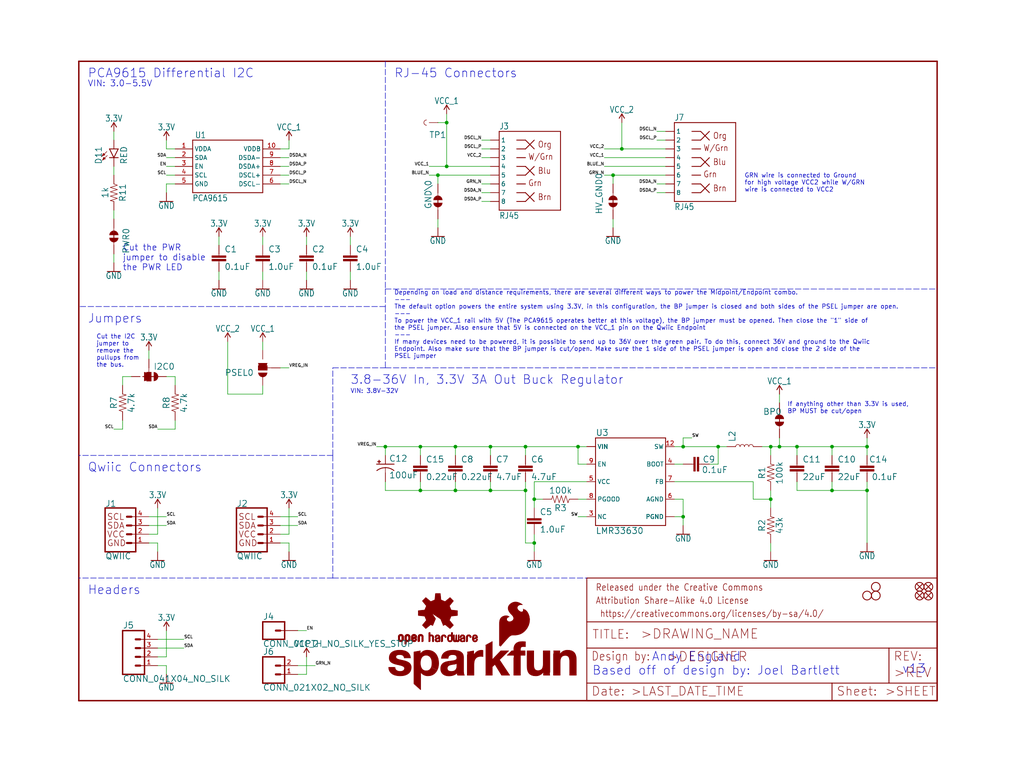
<source format=kicad_sch>
(kicad_sch (version 20211123) (generator eeschema)
  (paper "User" 297.002 223.926)
  (lib_symbols
    (symbol "eagleSchem-eagle-import:0.1UF-0603-100V-10%"
      (property "Reference" "C" (at 1.524 2.921 0))
      (property "Value" "0.1UF-0603-100V-10%" (at 1.524 -2.159 0))
      (symbol "0.1UF-0603-100V-10%_1_0"
        (pin passive line (at 0 5.08 270) (length 2.54) (name "1") (number "1"))
        (pin passive line (at 0 -2.54 90) (length 2.54) (name "2") (number "2"))
      )
    )
    (symbol "eagleSchem-eagle-import:0.1UF-0603-25V-(+80{slash}-20%)"
      (property "Reference" "C" (at 1.524 2.921 0))
      (property "Value" "0.1UF-0603-25V-(+80{slash}-20%)" (at 1.524 -2.159 0))
      (symbol "0.1UF-0603-25V-(+80{slash}-20%)_1_0"
        (pin passive line (at 0 5.08 270) (length 2.54) (name "1") (number "1"))
        (pin passive line (at 0 -2.54 90) (length 2.54) (name "2") (number "2"))
      )
    )
    (symbol "eagleSchem-eagle-import:0.22UF-0603-50V-10%"
      (property "Reference" "C" (at 1.524 2.921 0))
      (property "Value" "0.22UF-0603-50V-10%" (at 1.524 -2.159 0))
      (symbol "0.22UF-0603-50V-10%_1_0"
        (pin passive line (at 0 5.08 270) (length 2.54) (name "1") (number "1"))
        (pin passive line (at 0 -2.54 90) (length 2.54) (name "2") (number "2"))
      )
    )
    (symbol "eagleSchem-eagle-import:1.0UF-0603-16V-10%"
      (property "Reference" "C" (at 1.524 2.921 0))
      (property "Value" "1.0UF-0603-16V-10%" (at 1.524 -2.159 0))
      (symbol "1.0UF-0603-16V-10%_1_0"
        (pin passive line (at 0 5.08 270) (length 2.54) (name "1") (number "1"))
        (pin passive line (at 0 -2.54 90) (length 2.54) (name "2") (number "2"))
      )
    )
    (symbol "eagleSchem-eagle-import:100KOHM-0603-1{slash}10W-1%"
      (property "Reference" "R" (at 0 1.524 0))
      (property "Value" "100KOHM-0603-1{slash}10W-1%" (at 0 -1.524 0))
      (symbol "100KOHM-0603-1{slash}10W-1%_1_0"
        (pin passive line (at -5.08 0 0) (length 2.54) (name "1") (number "1"))
        (pin passive line (at 5.08 0 180) (length 2.54) (name "2") (number "2"))
      )
    )
    (symbol "eagleSchem-eagle-import:100UF-POLAR-8X10.5-50V"
      (property "Reference" "C" (at 1.016 0.635 0))
      (property "Value" "100UF-POLAR-8X10.5-50V" (at 1.016 -4.191 0))
      (symbol "100UF-POLAR-8X10.5-50V_1_0"
        (pin passive line (at 0 2.54 270) (length 2.54) (name "+") (number "+"))
        (pin passive line (at 0 -5.08 90) (length 2.54) (name "-") (number "-"))
      )
    )
    (symbol "eagleSchem-eagle-import:1KOHM-0603-1{slash}10W-1%"
      (property "Reference" "R" (at 0 1.524 0))
      (property "Value" "1KOHM-0603-1{slash}10W-1%" (at 0 -1.524 0))
      (symbol "1KOHM-0603-1{slash}10W-1%_1_0"
        (pin passive line (at -5.08 0 0) (length 2.54) (name "1") (number "1"))
        (pin passive line (at 5.08 0 180) (length 2.54) (name "2") (number "2"))
      )
    )
    (symbol "eagleSchem-eagle-import:2.2μH_SHIELDED_INDUCTOR_5X5"
      (property "Reference" "L" (at 1.27 2.54 0))
      (property "Value" "2.2μH_SHIELDED_INDUCTOR_5X5" (at 1.27 -2.54 0))
      (symbol "2.2μH_SHIELDED_INDUCTOR_5X5_1_0"
        (pin passive line (at 0 5.08 270) (length 2.54) (name "1") (number "P$1"))
        (pin passive line (at 0 -5.08 90) (length 2.54) (name "2") (number "P$2"))
      )
    )
    (symbol "eagleSchem-eagle-import:22UF-1210-16V-20%"
      (property "Reference" "C" (at 1.524 2.921 0))
      (property "Value" "22UF-1210-16V-20%" (at 1.524 -2.159 0))
      (symbol "22UF-1210-16V-20%_1_0"
        (pin passive line (at 0 5.08 270) (length 2.54) (name "1") (number "1"))
        (pin passive line (at 0 -2.54 90) (length 2.54) (name "2") (number "2"))
      )
    )
    (symbol "eagleSchem-eagle-import:3.3V" (power)
      (property "Value" "3.3V" (at 0 2.794 0))
      (symbol "3.3V_1_0"
        (pin power_in line (at 0 0 90) (length 2.54) (name "3.3V") (number "1"))
      )
    )
    (symbol "eagleSchem-eagle-import:4.7KOHM-0603-1{slash}10W-1%"
      (property "Reference" "R" (at 0 1.524 0))
      (property "Value" "4.7KOHM-0603-1{slash}10W-1%" (at 0 -1.524 0))
      (symbol "4.7KOHM-0603-1{slash}10W-1%_1_0"
        (pin passive line (at -5.08 0 0) (length 2.54) (name "1") (number "1"))
        (pin passive line (at 5.08 0 180) (length 2.54) (name "2") (number "2"))
      )
    )
    (symbol "eagleSchem-eagle-import:4.7UF-0805-50V-(10%)"
      (property "Reference" "C" (at 1.524 2.921 0))
      (property "Value" "4.7UF-0805-50V-(10%)" (at 1.524 -2.159 0))
      (symbol "4.7UF-0805-50V-(10%)_1_0"
        (pin passive line (at 0 5.08 270) (length 2.54) (name "1") (number "1"))
        (pin passive line (at 0 -2.54 90) (length 2.54) (name "2") (number "2"))
      )
    )
    (symbol "eagleSchem-eagle-import:43KOHM-0603-1{slash}10W-1%"
      (property "Reference" "R" (at 0 1.524 0))
      (property "Value" "43KOHM-0603-1{slash}10W-1%" (at 0 -1.524 0))
      (symbol "43KOHM-0603-1{slash}10W-1%_1_0"
        (pin passive line (at -5.08 0 0) (length 2.54) (name "1") (number "1"))
        (pin passive line (at 5.08 0 180) (length 2.54) (name "2") (number "2"))
      )
    )
    (symbol "eagleSchem-eagle-import:CONN_01PTH_NO_SILK_YES_STOP"
      (property "Reference" "J" (at -2.54 3.048 0))
      (property "Value" "CONN_01PTH_NO_SILK_YES_STOP" (at -2.54 -4.826 0))
      (symbol "CONN_01PTH_NO_SILK_YES_STOP_1_0"
        (pin passive line (at 7.62 0 180) (length 5.08) (name "1") (number "1"))
      )
    )
    (symbol "eagleSchem-eagle-import:CONN_021X02_NO_SILK"
      (property "Reference" "J" (at -2.54 5.588 0))
      (property "Value" "CONN_021X02_NO_SILK" (at -2.54 -4.826 0))
      (symbol "CONN_021X02_NO_SILK_1_0"
        (pin passive line (at 7.62 0 180) (length 5.08) (name "1") (number "1"))
        (pin passive line (at 7.62 2.54 180) (length 5.08) (name "2") (number "2"))
      )
    )
    (symbol "eagleSchem-eagle-import:CONN_041X04_NO_SILK"
      (property "Reference" "J" (at -5.08 8.128 0))
      (property "Value" "CONN_041X04_NO_SILK" (at -5.08 -7.366 0))
      (symbol "CONN_041X04_NO_SILK_1_0"
        (pin passive line (at 5.08 -2.54 180) (length 5.08) (name "1") (number "1"))
        (pin passive line (at 5.08 0 180) (length 5.08) (name "2") (number "2"))
        (pin passive line (at 5.08 2.54 180) (length 5.08) (name "3") (number "3"))
        (pin passive line (at 5.08 5.08 180) (length 5.08) (name "4") (number "4"))
      )
    )
    (symbol "eagleSchem-eagle-import:FIDUCIALUFIDUCIAL")
    (symbol "eagleSchem-eagle-import:FRAME-LETTER"
      (symbol "FRAME-LETTER_2_0"
        (text " https://creativecommons.org/licenses/by-sa/4.0/" (at 2.54 24.13 0) (effects (font (size 1.9304 1.6408)) (justify left bottom)))
        (text ">DESIGNER" (at 23.114 11.176 0) (effects (font (size 2.7432 2.7432)) (justify left bottom)))
        (text ">DRAWING_NAME" (at 15.494 17.78 0) (effects (font (size 2.7432 2.7432)) (justify left bottom)))
        (text ">LAST_DATE_TIME" (at 12.7 1.27 0) (effects (font (size 2.54 2.54)) (justify left bottom)))
        (text ">REV" (at 88.9 6.604 0) (effects (font (size 2.7432 2.7432)) (justify left bottom)))
        (text ">SHEET" (at 86.36 1.27 0) (effects (font (size 2.54 2.54)) (justify left bottom)))
        (text "Attribution Share-Alike 4.0 License" (at 2.54 27.94 0) (effects (font (size 1.9304 1.6408)) (justify left bottom)))
        (text "Date:" (at 1.27 1.27 0) (effects (font (size 2.54 2.54)) (justify left bottom)))
        (text "Design by:" (at 1.27 11.43 0) (effects (font (size 2.54 2.159)) (justify left bottom)))
        (text "Released under the Creative Commons" (at 2.54 31.75 0) (effects (font (size 1.9304 1.6408)) (justify left bottom)))
        (text "REV:" (at 88.9 11.43 0) (effects (font (size 2.54 2.54)) (justify left bottom)))
        (text "Sheet:" (at 72.39 1.27 0) (effects (font (size 2.54 2.54)) (justify left bottom)))
        (text "TITLE:" (at 1.524 17.78 0) (effects (font (size 2.54 2.54)) (justify left bottom)))
      )
    )
    (symbol "eagleSchem-eagle-import:GND" (power)
      (property "Value" "GND" (at 0 -0.254 0))
      (symbol "GND_1_0"
        (pin power_in line (at 0 2.54 270) (length 2.54) (name "GND") (number "1"))
      )
    )
    (symbol "eagleSchem-eagle-import:JUMPER-SMT_2_NC_TRACE_SILK"
      (property "Reference" "JP" (at -2.54 2.54 0))
      (property "Value" "JUMPER-SMT_2_NC_TRACE_SILK" (at -2.54 -2.54 0))
      (symbol "JUMPER-SMT_2_NC_TRACE_SILK_1_0"
        (pin passive line (at -5.08 0 0) (length 2.54) (name "1") (number "1"))
        (pin passive line (at 5.08 0 180) (length 2.54) (name "2") (number "2"))
      )
    )
    (symbol "eagleSchem-eagle-import:JUMPER-SMT_3_2-NC_TRACE_SILK"
      (property "Reference" "JP" (at 2.54 0.381 0))
      (property "Value" "JUMPER-SMT_3_2-NC_TRACE_SILK" (at 2.54 -0.381 0))
      (symbol "JUMPER-SMT_3_2-NC_TRACE_SILK_1_0"
        (pin passive line (at 0 5.08 270) (length 2.54) (name "1") (number "1"))
        (pin passive line (at -5.08 0 0) (length 2.54) (name "2") (number "2"))
        (pin passive line (at 0 -5.08 90) (length 2.54) (name "3") (number "3"))
      )
    )
    (symbol "eagleSchem-eagle-import:JUMPER-SMT_3_NO_SILK"
      (property "Reference" "JP" (at 2.54 0.381 0))
      (property "Value" "JUMPER-SMT_3_NO_SILK" (at 2.54 -0.381 0))
      (symbol "JUMPER-SMT_3_NO_SILK_1_0"
        (pin passive line (at 0 5.08 270) (length 2.54) (name "1") (number "1"))
        (pin passive line (at -5.08 0 0) (length 2.54) (name "2") (number "2"))
        (pin passive line (at 0 -5.08 90) (length 2.54) (name "3") (number "3"))
      )
    )
    (symbol "eagleSchem-eagle-import:LED-RED0603"
      (property "Reference" "D" (at -3.429 -4.572 90))
      (property "Value" "LED-RED0603" (at 1.905 -4.572 90))
      (symbol "LED-RED0603_1_0"
        (pin passive line (at 0 2.54 270) (length 2.54) (name "A") (number "A"))
        (pin passive line (at 0 -5.08 90) (length 2.54) (name "C") (number "C"))
      )
    )
    (symbol "eagleSchem-eagle-import:LMR33630"
      (property "Reference" "U" (at -10.16 13.208 0))
      (property "Value" "LMR33630" (at -10.16 -15.24 0))
      (symbol "LMR33630_1_0"
        (pin bidirectional line (at 12.7 -10.16 180) (length 2.54) (name "PGND") (number "1"))
        (pin bidirectional line (at -12.7 10.16 0) (length 2.54) (name "VIN") (number "10"))
        (pin bidirectional line (at 12.7 -10.16 180) (length 2.54) (name "PGND") (number "11"))
        (pin bidirectional line (at 12.7 10.16 180) (length 2.54) (name "SW") (number "12"))
        (pin bidirectional line (at -12.7 10.16 0) (length 2.54) (name "VIN") (number "2"))
        (pin bidirectional line (at -12.7 -10.16 0) (length 2.54) (name "NC") (number "3"))
        (pin bidirectional line (at 12.7 5.08 180) (length 2.54) (name "BOOT") (number "4"))
        (pin bidirectional line (at -12.7 0 0) (length 2.54) (name "VCC") (number "5"))
        (pin bidirectional line (at 12.7 -5.08 180) (length 2.54) (name "AGND") (number "6"))
        (pin bidirectional line (at 12.7 0 180) (length 2.54) (name "FB") (number "7"))
        (pin bidirectional line (at -12.7 -5.08 0) (length 2.54) (name "PGOOD") (number "8"))
        (pin bidirectional line (at -12.7 5.08 0) (length 2.54) (name "EN") (number "9"))
      )
    )
    (symbol "eagleSchem-eagle-import:OSHW-LOGOM")
    (symbol "eagleSchem-eagle-import:PCA9615"
      (property "Value" "PCA9615" (at 0 -10.16 0))
      (symbol "PCA9615_1_0"
        (pin bidirectional line (at -15.24 5.08 0) (length 5.08) (name "VDDA") (number "1"))
        (pin bidirectional line (at 15.24 5.08 180) (length 5.08) (name "VDDB") (number "10"))
        (pin bidirectional line (at -15.24 2.54 0) (length 5.08) (name "SDA") (number "2"))
        (pin bidirectional line (at -15.24 0 0) (length 5.08) (name "EN") (number "3"))
        (pin bidirectional line (at -15.24 -2.54 0) (length 5.08) (name "SCL") (number "4"))
        (pin bidirectional line (at -15.24 -5.08 0) (length 5.08) (name "GND") (number "5"))
        (pin bidirectional line (at 15.24 -5.08 180) (length 5.08) (name "DSCL-") (number "6"))
        (pin bidirectional line (at 15.24 -2.54 180) (length 5.08) (name "DSCL+") (number "7"))
        (pin bidirectional line (at 15.24 0 180) (length 5.08) (name "DSDA+") (number "8"))
        (pin bidirectional line (at 15.24 2.54 180) (length 5.08) (name "DSDA-") (number "9"))
      )
    )
    (symbol "eagleSchem-eagle-import:QWIIC_CONNECTORJS-1MM"
      (property "Reference" "J" (at -5.08 7.874 0))
      (property "Value" "QWIIC_CONNECTORJS-1MM" (at -5.08 -5.334 0))
      (symbol "QWIIC_CONNECTORJS-1MM_1_0"
        (text "GND" (at -4.572 -2.54 0) (effects (font (size 1.778 1.778)) (justify left)))
        (text "SCL" (at -4.572 5.08 0) (effects (font (size 1.778 1.778)) (justify left)))
        (text "SDA" (at -4.572 2.54 0) (effects (font (size 1.778 1.778)) (justify left)))
        (text "VCC" (at -4.572 0 0) (effects (font (size 1.778 1.778)) (justify left)))
        (pin power_in line (at 7.62 -2.54 180) (length 5.08) (name "1") (number "1"))
        (pin power_in line (at 7.62 0 180) (length 5.08) (name "2") (number "2"))
        (pin passive line (at 7.62 2.54 180) (length 5.08) (name "3") (number "3"))
        (pin passive line (at 7.62 5.08 180) (length 5.08) (name "4") (number "4"))
      )
    )
    (symbol "eagleSchem-eagle-import:RJ45-8"
      (property "Reference" "J" (at -5.08 10.668 0))
      (property "Value" "RJ45-8" (at -5.08 -15.24 0))
      (symbol "RJ45-8_1_0"
        (text "Blu" (at 6.096 -2.286 0) (effects (font (size 1.778 1.5113)) (justify left bottom)))
        (text "Brn" (at 6.096 -9.906 0) (effects (font (size 1.778 1.5113)) (justify left bottom)))
        (text "Grn" (at 3.302 -5.842 0) (effects (font (size 1.778 1.5113)) (justify left bottom)))
        (text "Org" (at 6.096 5.334 0) (effects (font (size 1.778 1.5113)) (justify left bottom)))
        (text "W/Grn" (at 3.302 1.778 0) (effects (font (size 1.778 1.5113)) (justify left bottom)))
        (pin bidirectional line (at -7.62 7.62 0) (length 2.54) (name "1") (number "1"))
        (pin bidirectional line (at -7.62 5.08 0) (length 2.54) (name "2") (number "2"))
        (pin bidirectional line (at -7.62 2.54 0) (length 2.54) (name "3") (number "3"))
        (pin bidirectional line (at -7.62 0 0) (length 2.54) (name "4") (number "4"))
        (pin bidirectional line (at -7.62 -2.54 0) (length 2.54) (name "5") (number "5"))
        (pin bidirectional line (at -7.62 -5.08 0) (length 2.54) (name "6") (number "6"))
        (pin bidirectional line (at -7.62 -7.62 0) (length 2.54) (name "7") (number "7"))
        (pin bidirectional line (at -7.62 -10.16 0) (length 2.54) (name "8") (number "8"))
      )
    )
    (symbol "eagleSchem-eagle-import:SFE_LOGO_FLAME.2_INCH")
    (symbol "eagleSchem-eagle-import:SFE_LOGO_NAME_FLAME.1_INCH")
    (symbol "eagleSchem-eagle-import:STAND-OFF")
    (symbol "eagleSchem-eagle-import:TEST-POINT3"
      (property "Reference" "TP" (at -2.54 2.54 0))
      (property "Value" "TEST-POINT3" (at -2.54 -2.54 0))
      (symbol "TEST-POINT3_1_0"
        (pin bidirectional line (at 0 0 180) (length 0) (name "1") (number "P$1"))
      )
    )
    (symbol "eagleSchem-eagle-import:VCC_1" (power)
      (property "Value" "VCC_1" (at 0 2.794 0))
      (symbol "VCC_1_1_0"
        (pin power_in line (at 0 0 90) (length 2.54) (name "VCC_1") (number "1"))
      )
    )
    (symbol "eagleSchem-eagle-import:VCC_2" (power)
      (property "Value" "VCC_2" (at 0 2.794 0))
      (symbol "VCC_2_1_0"
        (pin power_in line (at 0 0 90) (length 2.54) (name "VCC_2") (number "1"))
      )
    )
  )
  (junction (at 177.8 50.8))
  (junction (at 198.12 149.86))
  (junction (at 241.3 129.54))
  (junction (at 241.3 142.24))
  (junction (at 154.94 157.48))
  (junction (at 129.54 35.56))
  (junction (at 154.94 144.78))
  (junction (at 121.92 129.54))
  (junction (at 132.08 142.24))
  (junction (at 127 50.8))
  (junction (at 142.24 142.24))
  (junction (at 198.12 129.54))
  (junction (at 152.4 129.54))
  (junction (at 121.92 142.24))
  (junction (at 111.76 129.54))
  (junction (at 132.08 129.54))
  (junction (at 231.14 129.54))
  (junction (at 180.34 43.18))
  (junction (at 167.64 129.54))
  (junction (at 129.54 48.26))
  (junction (at 223.52 144.78))
  (junction (at 223.52 129.54))
  (junction (at 142.24 129.54))
  (junction (at 251.46 142.24))
  (junction (at 208.28 129.54))
  (junction (at 251.46 129.54))
  (junction (at 226.06 129.54))
  (junction (at 152.4 142.24))
  (wire (pts (xy 66.04 99.06) (xy 66.04 114.3)))
  (wire (pts (xy 81.28 157.48) (xy 83.82 157.48)))
  (wire (pts (xy 167.64 134.62) (xy 167.64 129.54)))
  (wire (pts (xy 50.8 124.46) (xy 50.8 121.92)))
  (wire (pts (xy 142.24 45.72) (xy 139.7 45.72)))
  (wire (pts (xy 231.14 129.54) (xy 241.3 129.54)))
  (wire (pts (xy 111.76 129.54) (xy 109.22 129.54)))
  (wire (pts (xy 76.2 81.28) (xy 76.2 78.74)))
  (wire (pts (xy 88.9 195.58) (xy 88.9 190.5)))
  (wire (pts (xy 226.06 114.3) (xy 226.06 116.84)))
  (wire (pts (xy 45.72 157.48) (xy 45.72 160.02)))
  (wire (pts (xy 142.24 132.08) (xy 142.24 129.54)))
  (wire (pts (xy 76.2 99.06) (xy 76.2 101.6)))
  (wire (pts (xy 48.26 43.18) (xy 50.8 43.18)))
  (wire (pts (xy 193.04 53.34) (xy 190.5 53.34)))
  (wire (pts (xy 127 63.5) (xy 127 66.04)))
  (wire (pts (xy 45.72 187.96) (xy 53.34 187.96)))
  (polyline (pts (xy 96.52 106.68) (xy 111.76 106.68)))
  (wire (pts (xy 124.46 50.8) (xy 127 50.8)))
  (wire (pts (xy 198.12 134.62) (xy 195.58 134.62)))
  (wire (pts (xy 208.28 134.62) (xy 208.28 129.54)))
  (wire (pts (xy 111.76 142.24) (xy 121.92 142.24)))
  (wire (pts (xy 154.94 144.78) (xy 154.94 147.32)))
  (wire (pts (xy 152.4 142.24) (xy 152.4 157.48)))
  (wire (pts (xy 81.28 53.34) (xy 83.82 53.34)))
  (wire (pts (xy 152.4 132.08) (xy 152.4 129.54)))
  (wire (pts (xy 205.74 134.62) (xy 208.28 134.62)))
  (wire (pts (xy 226.06 129.54) (xy 226.06 127)))
  (wire (pts (xy 193.04 40.64) (xy 190.5 40.64)))
  (wire (pts (xy 241.3 129.54) (xy 251.46 129.54)))
  (wire (pts (xy 121.92 129.54) (xy 111.76 129.54)))
  (wire (pts (xy 193.04 55.88) (xy 190.5 55.88)))
  (wire (pts (xy 81.28 45.72) (xy 83.82 45.72)))
  (wire (pts (xy 33.02 63.5) (xy 33.02 60.96)))
  (wire (pts (xy 81.28 149.86) (xy 86.36 149.86)))
  (wire (pts (xy 193.04 43.18) (xy 180.34 43.18)))
  (wire (pts (xy 195.58 139.7) (xy 218.44 139.7)))
  (wire (pts (xy 33.02 38.1) (xy 33.02 40.64)))
  (wire (pts (xy 101.6 81.28) (xy 101.6 78.74)))
  (wire (pts (xy 45.72 190.5) (xy 48.26 190.5)))
  (wire (pts (xy 177.8 66.04) (xy 177.8 63.5)))
  (wire (pts (xy 142.24 43.18) (xy 139.7 43.18)))
  (wire (pts (xy 195.58 149.86) (xy 198.12 149.86)))
  (wire (pts (xy 170.18 129.54) (xy 167.64 129.54)))
  (wire (pts (xy 142.24 58.42) (xy 139.7 58.42)))
  (wire (pts (xy 198.12 127) (xy 200.66 127)))
  (wire (pts (xy 251.46 142.24) (xy 251.46 157.48)))
  (wire (pts (xy 48.26 40.64) (xy 48.26 43.18)))
  (wire (pts (xy 35.56 109.22) (xy 38.1 109.22)))
  (wire (pts (xy 35.56 111.76) (xy 35.56 109.22)))
  (wire (pts (xy 88.9 68.58) (xy 88.9 71.12)))
  (polyline (pts (xy 111.76 88.9) (xy 22.86 88.9)))
  (wire (pts (xy 33.02 48.26) (xy 33.02 50.8)))
  (wire (pts (xy 83.82 157.48) (xy 83.82 160.02)))
  (wire (pts (xy 142.24 142.24) (xy 132.08 142.24)))
  (polyline (pts (xy 111.76 83.82) (xy 271.78 83.82)))
  (wire (pts (xy 198.12 129.54) (xy 198.12 127)))
  (wire (pts (xy 241.3 139.7) (xy 241.3 142.24)))
  (wire (pts (xy 231.14 142.24) (xy 241.3 142.24)))
  (wire (pts (xy 167.64 144.78) (xy 170.18 144.78)))
  (wire (pts (xy 241.3 142.24) (xy 251.46 142.24)))
  (wire (pts (xy 223.52 160.02) (xy 223.52 157.48)))
  (wire (pts (xy 195.58 144.78) (xy 198.12 144.78)))
  (wire (pts (xy 50.8 109.22) (xy 48.26 109.22)))
  (wire (pts (xy 86.36 193.04) (xy 91.44 193.04)))
  (wire (pts (xy 170.18 149.86) (xy 167.64 149.86)))
  (wire (pts (xy 180.34 35.56) (xy 180.34 43.18)))
  (wire (pts (xy 45.72 124.46) (xy 50.8 124.46)))
  (wire (pts (xy 198.12 129.54) (xy 195.58 129.54)))
  (wire (pts (xy 170.18 139.7) (xy 154.94 139.7)))
  (wire (pts (xy 35.56 124.46) (xy 35.56 121.92)))
  (polyline (pts (xy 111.76 88.9) (xy 111.76 106.68)))
  (wire (pts (xy 152.4 129.54) (xy 142.24 129.54)))
  (wire (pts (xy 251.46 129.54) (xy 251.46 127)))
  (wire (pts (xy 63.5 68.58) (xy 63.5 71.12)))
  (wire (pts (xy 132.08 129.54) (xy 121.92 129.54)))
  (wire (pts (xy 152.4 157.48) (xy 154.94 157.48)))
  (wire (pts (xy 43.18 149.86) (xy 48.26 149.86)))
  (wire (pts (xy 45.72 185.42) (xy 53.34 185.42)))
  (wire (pts (xy 220.98 129.54) (xy 223.52 129.54)))
  (wire (pts (xy 121.92 129.54) (xy 121.92 132.08)))
  (wire (pts (xy 177.8 50.8) (xy 193.04 50.8)))
  (wire (pts (xy 177.8 53.34) (xy 177.8 50.8)))
  (wire (pts (xy 43.18 154.94) (xy 45.72 154.94)))
  (wire (pts (xy 241.3 132.08) (xy 241.3 129.54)))
  (wire (pts (xy 167.64 129.54) (xy 152.4 129.54)))
  (wire (pts (xy 218.44 144.78) (xy 223.52 144.78)))
  (polyline (pts (xy 96.52 132.08) (xy 22.86 132.08)))
  (wire (pts (xy 127 50.8) (xy 127 53.34)))
  (wire (pts (xy 86.36 195.58) (xy 88.9 195.58)))
  (wire (pts (xy 129.54 48.26) (xy 142.24 48.26)))
  (wire (pts (xy 45.72 193.04) (xy 48.26 193.04)))
  (wire (pts (xy 48.26 193.04) (xy 48.26 195.58)))
  (wire (pts (xy 81.28 154.94) (xy 83.82 154.94)))
  (wire (pts (xy 127 50.8) (xy 142.24 50.8)))
  (wire (pts (xy 152.4 139.7) (xy 152.4 142.24)))
  (wire (pts (xy 132.08 139.7) (xy 132.08 142.24)))
  (polyline (pts (xy 96.52 167.64) (xy 22.86 167.64)))
  (wire (pts (xy 208.28 129.54) (xy 210.82 129.54)))
  (wire (pts (xy 33.02 73.66) (xy 33.02 76.2)))
  (wire (pts (xy 45.72 154.94) (xy 45.72 147.32)))
  (wire (pts (xy 154.94 160.02) (xy 154.94 157.48)))
  (wire (pts (xy 33.02 124.46) (xy 35.56 124.46)))
  (wire (pts (xy 198.12 149.86) (xy 198.12 152.4)))
  (wire (pts (xy 66.04 114.3) (xy 76.2 114.3)))
  (wire (pts (xy 154.94 157.48) (xy 154.94 154.94)))
  (wire (pts (xy 154.94 139.7) (xy 154.94 144.78)))
  (wire (pts (xy 86.36 182.88) (xy 88.9 182.88)))
  (wire (pts (xy 142.24 142.24) (xy 142.24 139.7)))
  (wire (pts (xy 142.24 55.88) (xy 139.7 55.88)))
  (wire (pts (xy 88.9 81.28) (xy 88.9 78.74)))
  (wire (pts (xy 231.14 132.08) (xy 231.14 129.54)))
  (wire (pts (xy 111.76 139.7) (xy 111.76 142.24)))
  (wire (pts (xy 152.4 142.24) (xy 142.24 142.24)))
  (polyline (pts (xy 96.52 132.08) (xy 96.52 106.68)))
  (wire (pts (xy 124.46 48.26) (xy 129.54 48.26)))
  (wire (pts (xy 129.54 35.56) (xy 129.54 48.26)))
  (wire (pts (xy 129.54 33.02) (xy 129.54 35.56)))
  (wire (pts (xy 142.24 40.64) (xy 139.7 40.64)))
  (wire (pts (xy 81.28 48.26) (xy 83.82 48.26)))
  (wire (pts (xy 50.8 50.8) (xy 48.26 50.8)))
  (wire (pts (xy 175.26 48.26) (xy 193.04 48.26)))
  (polyline (pts (xy 96.52 132.08) (xy 96.52 167.64)))
  (polyline (pts (xy 111.76 83.82) (xy 111.76 88.9)))
  (wire (pts (xy 132.08 142.24) (xy 121.92 142.24)))
  (wire (pts (xy 50.8 111.76) (xy 50.8 109.22)))
  (wire (pts (xy 142.24 129.54) (xy 132.08 129.54)))
  (wire (pts (xy 111.76 129.54) (xy 111.76 132.08)))
  (wire (pts (xy 157.48 144.78) (xy 154.94 144.78)))
  (wire (pts (xy 226.06 129.54) (xy 231.14 129.54)))
  (wire (pts (xy 43.18 101.6) (xy 43.18 104.14)))
  (wire (pts (xy 223.52 129.54) (xy 223.52 132.08)))
  (wire (pts (xy 50.8 53.34) (xy 48.26 53.34)))
  (wire (pts (xy 43.18 157.48) (xy 45.72 157.48)))
  (wire (pts (xy 81.28 152.4) (xy 86.36 152.4)))
  (wire (pts (xy 223.52 129.54) (xy 226.06 129.54)))
  (wire (pts (xy 180.34 43.18) (xy 175.26 43.18)))
  (wire (pts (xy 223.52 144.78) (xy 223.52 142.24)))
  (wire (pts (xy 251.46 142.24) (xy 251.46 139.7)))
  (wire (pts (xy 251.46 132.08) (xy 251.46 129.54)))
  (wire (pts (xy 175.26 50.8) (xy 177.8 50.8)))
  (wire (pts (xy 81.28 106.68) (xy 83.82 106.68)))
  (wire (pts (xy 208.28 129.54) (xy 198.12 129.54)))
  (wire (pts (xy 198.12 144.78) (xy 198.12 149.86)))
  (wire (pts (xy 132.08 132.08) (xy 132.08 129.54)))
  (wire (pts (xy 170.18 134.62) (xy 167.64 134.62)))
  (wire (pts (xy 223.52 147.32) (xy 223.52 144.78)))
  (wire (pts (xy 83.82 40.64) (xy 83.82 43.18)))
  (wire (pts (xy 175.26 45.72) (xy 193.04 45.72)))
  (polyline (pts (xy 111.76 106.68) (xy 271.78 106.68)))
  (wire (pts (xy 48.26 53.34) (xy 48.26 55.88)))
  (wire (pts (xy 83.82 154.94) (xy 83.82 147.32)))
  (wire (pts (xy 127 35.56) (xy 129.54 35.56)))
  (wire (pts (xy 121.92 142.24) (xy 121.92 139.7)))
  (wire (pts (xy 76.2 68.58) (xy 76.2 71.12)))
  (polyline (pts (xy 111.76 17.78) (xy 111.76 83.82)))
  (polyline (pts (xy 96.52 167.64) (xy 170.18 167.64)))
  (wire (pts (xy 218.44 139.7) (xy 218.44 144.78)))
  (wire (pts (xy 43.18 152.4) (xy 48.26 152.4)))
  (wire (pts (xy 83.82 43.18) (xy 81.28 43.18)))
  (wire (pts (xy 50.8 48.26) (xy 48.26 48.26)))
  (wire (pts (xy 50.8 45.72) (xy 48.26 45.72)))
  (wire (pts (xy 81.28 50.8) (xy 83.82 50.8)))
  (wire (pts (xy 63.5 81.28) (xy 63.5 78.74)))
  (wire (pts (xy 76.2 114.3) (xy 76.2 111.76)))
  (wire (pts (xy 101.6 68.58) (xy 101.6 71.12)))
  (wire (pts (xy 231.14 139.7) (xy 231.14 142.24)))
  (wire (pts (xy 48.26 190.5) (xy 48.26 182.88)))
  (wire (pts (xy 193.04 38.1) (xy 190.5 38.1)))
  (wire (pts (xy 142.24 53.34) (xy 139.7 53.34)))
  (text "v13" (at 261.62 195.58 180) (effects (font (size 2.54 2.54)) (justify left bottom)))
  (text "Headers" (at 25.4 172.72 180) (effects (font (size 2.54 2.54)) (justify left bottom)))
  (text "RJ-45 Connectors" (at 114.3 22.86 180) (effects (font (size 2.54 2.54)) (justify left bottom)))
  (text "VIN: 3.0-5.5V" (at 25.4 25.4 180) (effects (font (size 1.778 1.778)) (justify left bottom)))
  (text "Cut the PWR\njumper to disable\nthe PWR LED" (at 35.56 78.74 180) (effects (font (size 1.778 1.778)) (justify left bottom)))
  (text "3.8-36V In, 3.3V 3A Out Buck Regulator" (at 101.6 111.76 180) (effects (font (size 2.54 2.54)) (justify left bottom)))
  (text "VIN: 3.8V-32V" (at 101.6 114.3 180) (effects (font (size 1.27 1.27)) (justify left bottom)))
  (text "GRN wire is connected to Ground\nfor high voltage VCC2 while W/GRN\nwire is connected to VCC2" (at 215.9 55.88 0) (effects (font (size 1.27 1.27)) (justify left bottom)))
  (text "Qwiic Connectors" (at 25.4 137.16 180) (effects (font (size 2.54 2.54)) (justify left bottom)))
  (text "Cut the I2C\njumper to\nremove the\npullups from\nthe bus." (at 27.94 106.68 0) (effects (font (size 1.27 1.27)) (justify left bottom)))
  (text "If anything other than 3.3V is used,\nBP MUST be cut/open" (at 228.346 120.142 0) (effects (font (size 1.27 1.27)) (justify left bottom)))
  (text "Jumpers" (at 25.4 93.98 180) (effects (font (size 2.54 2.54)) (justify left bottom)))
  (text "PCA9615 Differential I2C" (at 25.4 22.86 180) (effects (font (size 2.54 2.54)) (justify left bottom)))
  (text "Andy England" (at 188.976 192.024 180) (effects (font (size 2.54 2.54)) (justify left bottom)))
  (text "Based off of design by: Joel Bartlett" (at 171.704 196.088 180) (effects (font (size 2.54 2.54)) (justify left bottom)))
  (text "Depending on load and distance requirements, there are several different ways to power the Midpoint/Endpoint combo.\n---\nThe default option powers the entire system using 3.3V, in this configuration, the BP jumper is closed and both sides of the PSEL jumper are open.\n---\nTo power the VCC_1 rail with 5V (The PCA9615 operates better at this voltage), the BP jumper must be opened. Then close the \"1\" side of\nthe PSEL jumper. Also ensure that 5V is connected on the VCC_1 pin on the Qwiic Endpoint\n---\nIf many devices need to be powered, it is possible to send up to 36V over the green pair. To do this, connect 36V and ground to the Qwiic\nEndpoint. Also make sure that the BP jumper is cut/open. Make sure the 1 side of the PSEL jumper is open and close the 2 side of the\nPSEL jumper" (at 114.3 104.14 0) (effects (font (size 1.27 1.27)) (justify left bottom)))
  (label "DSDA_N" (at 83.82 45.72 0) (effects (font (size 0.889 0.889))))
  (label "VCC_1" (at 175.26 45.72 180) (effects (font (size 0.889 0.889))))
  (label "DSCL_N" (at 139.7 40.64 180) (effects (font (size 0.889 0.889))))
  (label "BLUE_N" (at 124.46 50.8 180) (effects (font (size 0.889 0.889))))
  (label "SCL" (at 53.34 185.42 0) (effects (font (size 0.889 0.889))))
  (label "SCL" (at 48.26 149.86 0) (effects (font (size 0.889 0.889))))
  (label "SDA" (at 53.34 187.96 0) (effects (font (size 0.889 0.889))))
  (label "DSCL_P" (at 139.7 43.18 180) (effects (font (size 0.889 0.889))))
  (label "GRN_N" (at 91.44 193.04 0) (effects (font (size 0.889 0.889))))
  (label "SDA" (at 48.26 152.4 0) (effects (font (size 0.889 0.889))))
  (label "GRN_N" (at 139.7 53.34 180) (effects (font (size 0.889 0.889))))
  (label "DSDA_N" (at 190.5 53.34 180) (effects (font (size 0.889 0.889))))
  (label "EN" (at 88.9 182.88 0) (effects (font (size 0.889 0.889))))
  (label "SCL" (at 86.36 149.86 0) (effects (font (size 0.889 0.889))))
  (label "DSDA_N" (at 139.7 55.88 180) (effects (font (size 0.889 0.889))))
  (label "DSCL_P" (at 83.82 50.8 0) (effects (font (size 0.889 0.889))))
  (label "VCC_2" (at 139.7 45.72 180) (effects (font (size 0.889 0.889))))
  (label "VREG_IN" (at 109.22 129.54 180) (effects (font (size 0.889 0.889))))
  (label "SDA" (at 86.36 152.4 0) (effects (font (size 0.889 0.889))))
  (label "SDA" (at 48.26 45.72 180) (effects (font (size 0.889 0.889))))
  (label "SCL" (at 33.02 124.46 180) (effects (font (size 0.889 0.889))))
  (label "VCC_1" (at 124.46 48.26 180) (effects (font (size 0.889 0.889))))
  (label "DSDA_P" (at 83.82 48.26 0) (effects (font (size 0.889 0.889))))
  (label "DSCL_N" (at 190.5 38.1 180) (effects (font (size 0.889 0.889))))
  (label "SW" (at 200.66 127 0) (effects (font (size 0.889 0.889))))
  (label "DSDA_P" (at 190.5 55.88 180) (effects (font (size 0.889 0.889))))
  (label "VCC_2" (at 175.26 43.18 180) (effects (font (size 0.889 0.889))))
  (label "DSCL_N" (at 83.82 53.34 0) (effects (font (size 0.889 0.889))))
  (label "VREG_IN" (at 83.82 106.68 0) (effects (font (size 0.889 0.889))))
  (label "GRN_N" (at 175.26 50.8 180) (effects (font (size 0.889 0.889))))
  (label "SW" (at 167.64 149.86 180) (effects (font (size 0.889 0.889))))
  (label "SCL" (at 48.26 50.8 180) (effects (font (size 0.889 0.889))))
  (label "DSCL_P" (at 190.5 40.64 180) (effects (font (size 0.889 0.889))))
  (label "BLUE_N" (at 175.26 48.26 180) (effects (font (size 0.889 0.889))))
  (label "DSDA_P" (at 139.7 58.42 180) (effects (font (size 0.889 0.889))))
  (label "SDA" (at 45.72 124.46 180) (effects (font (size 0.889 0.889))))
  (label "EN" (at 48.26 48.26 180) (effects (font (size 0.889 0.889))))
  (symbol (lib_id "eagleSchem-eagle-import:3.3V") (at 48.26 40.64 0) (unit 1)
    (property "Reference" "#SUPPLY2" (effects hide))
    (property "Value" "3.3V" (at 48.26 37.846 0) (effects (font (size 1.778 1.5113)) (justify bottom)))
    (property "Footprint" "eagleSchem:" (effects hide))
  )
  (symbol (lib_id "eagleSchem-eagle-import:100UF-POLAR-8X10.5-50V") (at 111.76 134.62 0) (unit 1)
    (property "Reference" "C12" (at 112.776 133.985 0) (effects (font (size 1.778 1.778)) (justify left bottom)))
    (property "Value" "100uF" (at 112.776 138.811 0) (effects (font (size 1.778 1.778)) (justify left bottom)))
    (property "Footprint" "eagleSchem:8X10.5" (effects hide))
  )
  (symbol (lib_id "eagleSchem-eagle-import:STAND-OFF") (at 254 170.18 0) (unit 1)
    (property "Reference" "H2" (effects hide))
    (property "Value" "STAND-OFF" (effects hide))
    (property "Footprint" "eagleSchem:STAND-OFF" (effects hide))
  )
  (symbol (lib_id "eagleSchem-eagle-import:1.0UF-0603-16V-10%") (at 76.2 76.2 0) (unit 1)
    (property "Reference" "C3" (at 77.724 73.279 0) (effects (font (size 1.778 1.778)) (justify left bottom)))
    (property "Value" "1.0uF" (at 77.724 78.359 0) (effects (font (size 1.778 1.778)) (justify left bottom)))
    (property "Footprint" "eagleSchem:0603" (effects hide))
  )
  (symbol (lib_id "eagleSchem-eagle-import:GND") (at 48.26 58.42 0) (unit 1)
    (property "Reference" "#GND3" (effects hide))
    (property "Value" "GND" (at 48.26 58.674 0) (effects (font (size 1.778 1.5113)) (justify top)))
    (property "Footprint" "eagleSchem:" (effects hide))
  )
  (symbol (lib_id "eagleSchem-eagle-import:GND") (at 48.26 198.12 0) (unit 1)
    (property "Reference" "#GND11" (effects hide))
    (property "Value" "GND" (at 48.26 198.374 0) (effects (font (size 1.778 1.5113)) (justify top)))
    (property "Footprint" "eagleSchem:" (effects hide))
  )
  (symbol (lib_id "eagleSchem-eagle-import:0.1UF-0603-25V-(+80{slash}-20%)") (at 88.9 76.2 0) (unit 1)
    (property "Reference" "C2" (at 90.424 73.279 0) (effects (font (size 1.778 1.778)) (justify left bottom)))
    (property "Value" "0.1uF" (at 90.424 78.359 0) (effects (font (size 1.778 1.778)) (justify left bottom)))
    (property "Footprint" "eagleSchem:0603" (effects hide))
  )
  (symbol (lib_id "eagleSchem-eagle-import:JUMPER-SMT_2_NC_TRACE_SILK") (at 127 58.42 90) (unit 1)
    (property "Reference" "GND\\0" (at 125.222 60.706 0) (effects (font (size 1.778 1.778)) (justify left bottom)))
    (property "Value" "JUMPER-SMT_2_NC_TRACE_SILK" (effects hide))
    (property "Footprint" "eagleSchem:SMT-JUMPER_2_NC_TRACE_SILK" (effects hide))
  )
  (symbol (lib_id "eagleSchem-eagle-import:3.3V") (at 63.5 68.58 0) (unit 1)
    (property "Reference" "#SUPPLY9" (effects hide))
    (property "Value" "3.3V" (at 63.5 65.786 0) (effects (font (size 1.778 1.5113)) (justify bottom)))
    (property "Footprint" "eagleSchem:" (effects hide))
  )
  (symbol (lib_id "eagleSchem-eagle-import:TEST-POINT3") (at 127 35.56 180) (unit 1)
    (property "Reference" "TP1" (at 129.54 38.1 0) (effects (font (size 1.778 1.778)) (justify left bottom)))
    (property "Value" "TEST-POINT3" (effects hide))
    (property "Footprint" "eagleSchem:PAD.03X.03" (effects hide))
  )
  (symbol (lib_id "eagleSchem-eagle-import:JUMPER-SMT_2_NC_TRACE_SILK") (at 226.06 121.92 90) (unit 1)
    (property "Reference" "BP0" (at 221.234 120.396 90) (effects (font (size 1.778 1.778)) (justify right top)))
    (property "Value" "JUMPER-SMT_2_NC_TRACE_SILK" (effects hide))
    (property "Footprint" "eagleSchem:SMT-JUMPER_2_NC_TRACE_SILK" (effects hide))
  )
  (symbol (lib_id "eagleSchem-eagle-import:FRAME-LETTER") (at 22.86 203.2 0) (unit 1)
    (property "Reference" "FRAME1" (effects hide))
    (property "Value" "FRAME-LETTER" (effects hide))
    (property "Footprint" "eagleSchem:CREATIVE_COMMONS" (effects hide))
  )
  (symbol (lib_id "eagleSchem-eagle-import:4.7UF-0805-50V-(10%)") (at 152.4 137.16 0) (unit 1)
    (property "Reference" "C6" (at 153.924 134.239 0) (effects (font (size 1.778 1.778)) (justify left bottom)))
    (property "Value" "4.7uF" (at 153.924 139.319 0) (effects (font (size 1.778 1.778)) (justify left bottom)))
    (property "Footprint" "eagleSchem:0805" (effects hide))
  )
  (symbol (lib_id "eagleSchem-eagle-import:GND") (at 251.46 160.02 0) (mirror y) (unit 1)
    (property "Reference" "#GND14" (effects hide))
    (property "Value" "GND" (at 251.46 160.274 0) (effects (font (size 1.778 1.5113)) (justify top)))
    (property "Footprint" "eagleSchem:" (effects hide))
  )
  (symbol (lib_id "eagleSchem-eagle-import:0.1UF-0603-25V-(+80{slash}-20%)") (at 63.5 76.2 0) (unit 1)
    (property "Reference" "C1" (at 65.024 73.279 0) (effects (font (size 1.778 1.778)) (justify left bottom)))
    (property "Value" "0.1uF" (at 65.024 78.359 0) (effects (font (size 1.778 1.778)) (justify left bottom)))
    (property "Footprint" "eagleSchem:0603" (effects hide))
  )
  (symbol (lib_id "eagleSchem-eagle-import:FIDUCIALUFIDUCIAL") (at 266.7 172.72 0) (unit 1)
    (property "Reference" "FD4" (effects hide))
    (property "Value" "FIDUCIALUFIDUCIAL" (effects hide))
    (property "Footprint" "eagleSchem:FIDUCIAL-MICRO" (effects hide))
  )
  (symbol (lib_id "eagleSchem-eagle-import:OSHW-LOGOM") (at 127 177.8 0) (unit 1)
    (property "Reference" "LOGO1" (effects hide))
    (property "Value" "OSHW-LOGOM" (effects hide))
    (property "Footprint" "eagleSchem:OSHW-LOGO-M" (effects hide))
  )
  (symbol (lib_id "eagleSchem-eagle-import:4.7KOHM-0603-1{slash}10W-1%") (at 50.8 116.84 90) (unit 1)
    (property "Reference" "R8" (at 49.276 116.84 0) (effects (font (size 1.778 1.778)) (justify bottom)))
    (property "Value" "4.7k" (at 52.324 116.84 0) (effects (font (size 1.778 1.778)) (justify top)))
    (property "Footprint" "eagleSchem:0603" (effects hide))
  )
  (symbol (lib_id "eagleSchem-eagle-import:PCA9615") (at 66.04 48.26 0) (unit 1)
    (property "Reference" "U1" (at 58.166 40.132 0) (effects (font (size 1.778 1.5113)) (justify bottom)))
    (property "Value" "PCA9615" (at 60.96 58.42 0) (effects (font (size 1.778 1.5113)) (justify bottom)))
    (property "Footprint" "eagleSchem:TSSOP10" (effects hide))
  )
  (symbol (lib_id "eagleSchem-eagle-import:STAND-OFF") (at 251.46 172.72 0) (unit 1)
    (property "Reference" "H4" (effects hide))
    (property "Value" "STAND-OFF" (effects hide))
    (property "Footprint" "eagleSchem:STAND-OFF" (effects hide))
  )
  (symbol (lib_id "eagleSchem-eagle-import:GND") (at 83.82 162.56 0) (unit 1)
    (property "Reference" "#GND2" (effects hide))
    (property "Value" "GND" (at 83.82 162.814 0) (effects (font (size 1.778 1.5113)) (justify top)))
    (property "Footprint" "eagleSchem:" (effects hide))
  )
  (symbol (lib_id "eagleSchem-eagle-import:VCC_1") (at 129.54 33.02 0) (unit 1)
    (property "Reference" "#SUPPLY11" (effects hide))
    (property "Value" "VCC_1" (at 129.54 30.226 0) (effects (font (size 1.778 1.5113)) (justify bottom)))
    (property "Footprint" "eagleSchem:" (effects hide))
  )
  (symbol (lib_id "eagleSchem-eagle-import:2.2μH_SHIELDED_INDUCTOR_5X5") (at 215.9 129.54 90) (unit 1)
    (property "Reference" "L2" (at 213.36 128.27 0) (effects (font (size 1.778 1.778)) (justify left bottom)))
    (property "Value" "2.2uH" (effects hide))
    (property "Footprint" "eagleSchem:INDUCTOR_5X5MM" (effects hide))
  )
  (symbol (lib_id "eagleSchem-eagle-import:VCC_2") (at 66.04 99.06 0) (unit 1)
    (property "Reference" "#SUPPLY13" (effects hide))
    (property "Value" "VCC_2" (at 66.04 96.266 0) (effects (font (size 1.778 1.5113)) (justify bottom)))
    (property "Footprint" "eagleSchem:" (effects hide))
  )
  (symbol (lib_id "eagleSchem-eagle-import:22UF-1210-16V-20%") (at 231.14 137.16 0) (unit 1)
    (property "Reference" "C11" (at 232.664 134.239 0) (effects (font (size 1.778 1.778)) (justify left bottom)))
    (property "Value" "22uF" (at 232.664 139.319 0) (effects (font (size 1.778 1.778)) (justify left bottom)))
    (property "Footprint" "eagleSchem:1210" (effects hide))
  )
  (symbol (lib_id "eagleSchem-eagle-import:QWIIC_CONNECTORJS-1MM") (at 73.66 154.94 0) (unit 1)
    (property "Reference" "J2" (at 68.58 147.066 0) (effects (font (size 1.778 1.778)) (justify left bottom)))
    (property "Value" "QWIIC" (at 68.58 160.274 0) (effects (font (size 1.778 1.778)) (justify left top)))
    (property "Footprint" "eagleSchem:JST04_1MM_RA" (effects hide))
  )
  (symbol (lib_id "eagleSchem-eagle-import:4.7KOHM-0603-1{slash}10W-1%") (at 35.56 116.84 90) (unit 1)
    (property "Reference" "R7" (at 34.036 116.84 0) (effects (font (size 1.778 1.778)) (justify bottom)))
    (property "Value" "4.7k" (at 37.084 116.84 0) (effects (font (size 1.778 1.778)) (justify top)))
    (property "Footprint" "eagleSchem:0603" (effects hide))
  )
  (symbol (lib_id "eagleSchem-eagle-import:0.22UF-0603-50V-10%") (at 132.08 137.16 0) (unit 1)
    (property "Reference" "C8" (at 133.604 134.239 0) (effects (font (size 1.778 1.778)) (justify left bottom)))
    (property "Value" "0.22uF" (at 133.604 139.319 0) (effects (font (size 1.778 1.778)) (justify left bottom)))
    (property "Footprint" "eagleSchem:0603" (effects hide))
  )
  (symbol (lib_id "eagleSchem-eagle-import:GND") (at 101.6 83.82 0) (unit 1)
    (property "Reference" "#GND9" (effects hide))
    (property "Value" "GND" (at 101.6 84.074 0) (effects (font (size 1.778 1.5113)) (justify top)))
    (property "Footprint" "eagleSchem:" (effects hide))
  )
  (symbol (lib_id "eagleSchem-eagle-import:RJ45-8") (at 200.66 45.72 0) (unit 1)
    (property "Reference" "J7" (at 195.58 35.052 0) (effects (font (size 1.778 1.5113)) (justify left bottom)))
    (property "Value" "RJ45" (at 195.58 60.96 0) (effects (font (size 1.778 1.5113)) (justify left bottom)))
    (property "Footprint" "eagleSchem:RJ45-8" (effects hide))
  )
  (symbol (lib_id "eagleSchem-eagle-import:100KOHM-0603-1{slash}10W-1%") (at 223.52 137.16 90) (unit 1)
    (property "Reference" "R1" (at 221.996 137.16 0) (effects (font (size 1.778 1.778)) (justify bottom)))
    (property "Value" "100k" (at 225.044 137.16 0) (effects (font (size 1.778 1.778)) (justify top)))
    (property "Footprint" "eagleSchem:0603" (effects hide))
  )
  (symbol (lib_id "eagleSchem-eagle-import:LED-RED0603") (at 33.02 43.18 0) (unit 1)
    (property "Reference" "D11" (at 29.591 47.752 90) (effects (font (size 1.778 1.778)) (justify left bottom)))
    (property "Value" "RED" (at 34.925 47.752 90) (effects (font (size 1.778 1.778)) (justify left top)))
    (property "Footprint" "eagleSchem:LED-0603" (effects hide))
  )
  (symbol (lib_id "eagleSchem-eagle-import:VCC_1") (at 226.06 114.3 0) (unit 1)
    (property "Reference" "#SUPPLY4" (effects hide))
    (property "Value" "VCC_1" (at 226.06 111.506 0) (effects (font (size 1.778 1.5113)) (justify bottom)))
    (property "Footprint" "eagleSchem:" (effects hide))
  )
  (symbol (lib_id "eagleSchem-eagle-import:CONN_021X02_NO_SILK") (at 78.74 195.58 0) (unit 1)
    (property "Reference" "J6" (at 76.2 189.992 0) (effects (font (size 1.778 1.778)) (justify left bottom)))
    (property "Value" "CONN_021X02_NO_SILK" (at 76.2 200.406 0) (effects (font (size 1.778 1.778)) (justify left bottom)))
    (property "Footprint" "eagleSchem:1X02_NO_SILK" (effects hide))
  )
  (symbol (lib_id "eagleSchem-eagle-import:3.3V") (at 43.18 101.6 0) (unit 1)
    (property "Reference" "#SUPPLY6" (effects hide))
    (property "Value" "3.3V" (at 43.18 98.806 0) (effects (font (size 1.778 1.5113)) (justify bottom)))
    (property "Footprint" "eagleSchem:" (effects hide))
  )
  (symbol (lib_id "eagleSchem-eagle-import:3.3V") (at 48.26 182.88 0) (unit 1)
    (property "Reference" "#SUPPLY14" (effects hide))
    (property "Value" "3.3V" (at 48.26 180.086 0) (effects (font (size 1.778 1.5113)) (justify bottom)))
    (property "Footprint" "eagleSchem:" (effects hide))
  )
  (symbol (lib_id "eagleSchem-eagle-import:3.3V") (at 88.9 68.58 0) (unit 1)
    (property "Reference" "#SUPPLY7" (effects hide))
    (property "Value" "3.3V" (at 88.9 65.786 0) (effects (font (size 1.778 1.5113)) (justify bottom)))
    (property "Footprint" "eagleSchem:" (effects hide))
  )
  (symbol (lib_id "eagleSchem-eagle-import:GND") (at 198.12 154.94 0) (mirror y) (unit 1)
    (property "Reference" "#GND5" (effects hide))
    (property "Value" "GND" (at 198.12 155.194 0) (effects (font (size 1.778 1.5113)) (justify top)))
    (property "Footprint" "eagleSchem:" (effects hide))
  )
  (symbol (lib_id "eagleSchem-eagle-import:GND") (at 33.02 78.74 0) (unit 1)
    (property "Reference" "#GND18" (effects hide))
    (property "Value" "GND" (at 33.02 78.994 0) (effects (font (size 1.778 1.5113)) (justify top)))
    (property "Footprint" "eagleSchem:" (effects hide))
  )
  (symbol (lib_id "eagleSchem-eagle-import:22UF-1210-16V-20%") (at 241.3 137.16 0) (unit 1)
    (property "Reference" "C10" (at 242.824 134.239 0) (effects (font (size 1.778 1.778)) (justify left bottom)))
    (property "Value" "22uF" (at 242.824 139.319 0) (effects (font (size 1.778 1.778)) (justify left bottom)))
    (property "Footprint" "eagleSchem:1210" (effects hide))
  )
  (symbol (lib_id "eagleSchem-eagle-import:43KOHM-0603-1{slash}10W-1%") (at 223.52 152.4 90) (unit 1)
    (property "Reference" "R2" (at 221.996 152.4 0) (effects (font (size 1.778 1.778)) (justify bottom)))
    (property "Value" "43k" (at 225.044 152.4 0) (effects (font (size 1.778 1.778)) (justify top)))
    (property "Footprint" "eagleSchem:0603" (effects hide))
  )
  (symbol (lib_id "eagleSchem-eagle-import:3.3V") (at 101.6 68.58 0) (unit 1)
    (property "Reference" "#SUPPLY17" (effects hide))
    (property "Value" "3.3V" (at 101.6 65.786 0) (effects (font (size 1.778 1.5113)) (justify bottom)))
    (property "Footprint" "eagleSchem:" (effects hide))
  )
  (symbol (lib_id "eagleSchem-eagle-import:QWIIC_CONNECTORJS-1MM") (at 35.56 154.94 0) (unit 1)
    (property "Reference" "J1" (at 30.48 147.066 0) (effects (font (size 1.778 1.778)) (justify left bottom)))
    (property "Value" "QWIIC" (at 30.48 160.274 0) (effects (font (size 1.778 1.778)) (justify left top)))
    (property "Footprint" "eagleSchem:JST04_1MM_RA" (effects hide))
  )
  (symbol (lib_id "eagleSchem-eagle-import:GND") (at 76.2 83.82 0) (unit 1)
    (property "Reference" "#GND7" (effects hide))
    (property "Value" "GND" (at 76.2 84.074 0) (effects (font (size 1.778 1.5113)) (justify top)))
    (property "Footprint" "eagleSchem:" (effects hide))
  )
  (symbol (lib_id "eagleSchem-eagle-import:GND") (at 177.8 68.58 0) (mirror y) (unit 1)
    (property "Reference" "#GND13" (effects hide))
    (property "Value" "GND" (at 177.8 68.834 0) (effects (font (size 1.778 1.5113)) (justify top)))
    (property "Footprint" "eagleSchem:" (effects hide))
  )
  (symbol (lib_id "eagleSchem-eagle-import:LMR33630") (at 182.88 139.7 0) (unit 1)
    (property "Reference" "U3" (at 172.72 126.492 0) (effects (font (size 1.778 1.778)) (justify left bottom)))
    (property "Value" "LMR33630" (at 172.72 154.94 0) (effects (font (size 1.778 1.778)) (justify left bottom)))
    (property "Footprint" "eagleSchem:VQFN-HR-12" (effects hide))
  )
  (symbol (lib_id "eagleSchem-eagle-import:3.3V") (at 83.82 147.32 0) (unit 1)
    (property "Reference" "#SUPPLY1" (effects hide))
    (property "Value" "3.3V" (at 83.82 144.526 0) (effects (font (size 1.778 1.5113)) (justify bottom)))
    (property "Footprint" "eagleSchem:" (effects hide))
  )
  (symbol (lib_id "eagleSchem-eagle-import:100KOHM-0603-1{slash}10W-1%") (at 162.56 144.78 180) (unit 1)
    (property "Reference" "R3" (at 162.56 146.304 0) (effects (font (size 1.778 1.778)) (justify bottom)))
    (property "Value" "100k" (at 162.56 143.256 0) (effects (font (size 1.778 1.778)) (justify top)))
    (property "Footprint" "eagleSchem:0603" (effects hide))
  )
  (symbol (lib_id "eagleSchem-eagle-import:FIDUCIALUFIDUCIAL") (at 269.24 170.18 0) (unit 1)
    (property "Reference" "FD1" (effects hide))
    (property "Value" "FIDUCIALUFIDUCIAL" (effects hide))
    (property "Footprint" "eagleSchem:FIDUCIAL-MICRO" (effects hide))
  )
  (symbol (lib_id "eagleSchem-eagle-import:FIDUCIALUFIDUCIAL") (at 269.24 172.72 0) (unit 1)
    (property "Reference" "FD2" (effects hide))
    (property "Value" "FIDUCIALUFIDUCIAL" (effects hide))
    (property "Footprint" "eagleSchem:FIDUCIAL-MICRO" (effects hide))
  )
  (symbol (lib_id "eagleSchem-eagle-import:FRAME-LETTER") (at 170.18 203.2 0) (unit 2)
    (property "Reference" "FRAME1" (effects hide))
    (property "Value" "FRAME-LETTER" (effects hide))
    (property "Footprint" "eagleSchem:CREATIVE_COMMONS" (effects hide))
  )
  (symbol (lib_id "eagleSchem-eagle-import:3.3V") (at 76.2 68.58 0) (unit 1)
    (property "Reference" "#SUPPLY8" (effects hide))
    (property "Value" "3.3V" (at 76.2 65.786 0) (effects (font (size 1.778 1.5113)) (justify bottom)))
    (property "Footprint" "eagleSchem:" (effects hide))
  )
  (symbol (lib_id "eagleSchem-eagle-import:4.7UF-0805-50V-(10%)") (at 142.24 137.16 0) (unit 1)
    (property "Reference" "C7" (at 143.764 134.239 0) (effects (font (size 1.778 1.778)) (justify left bottom)))
    (property "Value" "4.7uF" (at 143.764 139.319 0) (effects (font (size 1.778 1.778)) (justify left bottom)))
    (property "Footprint" "eagleSchem:0805" (effects hide))
  )
  (symbol (lib_id "eagleSchem-eagle-import:FIDUCIALUFIDUCIAL") (at 266.7 170.18 0) (unit 1)
    (property "Reference" "FD3" (effects hide))
    (property "Value" "FIDUCIALUFIDUCIAL" (effects hide))
    (property "Footprint" "eagleSchem:FIDUCIAL-MICRO" (effects hide))
  )
  (symbol (lib_id "eagleSchem-eagle-import:CONN_041X04_NO_SILK") (at 40.64 190.5 0) (unit 1)
    (property "Reference" "J5" (at 35.56 182.372 0) (effects (font (size 1.778 1.778)) (justify left bottom)))
    (property "Value" "CONN_041X04_NO_SILK" (at 35.56 197.866 0) (effects (font (size 1.778 1.778)) (justify left bottom)))
    (property "Footprint" "eagleSchem:1X04_NO_SILK" (effects hide))
  )
  (symbol (lib_id "eagleSchem-eagle-import:1.0UF-0603-16V-10%") (at 154.94 152.4 0) (unit 1)
    (property "Reference" "C5" (at 156.464 149.479 0) (effects (font (size 1.778 1.778)) (justify left bottom)))
    (property "Value" "1.0uF" (at 156.464 154.559 0) (effects (font (size 1.778 1.778)) (justify left bottom)))
    (property "Footprint" "eagleSchem:0603" (effects hide))
  )
  (symbol (lib_id "eagleSchem-eagle-import:RJ45-8") (at 149.86 48.26 0) (unit 1)
    (property "Reference" "J3" (at 144.78 37.592 0) (effects (font (size 1.778 1.5113)) (justify left bottom)))
    (property "Value" "RJ45" (at 144.78 63.5 0) (effects (font (size 1.778 1.5113)) (justify left bottom)))
    (property "Footprint" "eagleSchem:RJ45-8" (effects hide))
  )
  (symbol (lib_id "eagleSchem-eagle-import:0.1UF-0603-100V-10%") (at 203.2 134.62 90) (unit 1)
    (property "Reference" "C9" (at 203.708 134.239 90) (effects (font (size 1.778 1.778)) (justify right top)))
    (property "Value" "0.1uF" (at 203.454 137.287 90) (effects (font (size 1.778 1.778)) (justify right top)))
    (property "Footprint" "eagleSchem:0603" (effects hide))
  )
  (symbol (lib_id "eagleSchem-eagle-import:JUMPER-SMT_2_NC_TRACE_SILK") (at 177.8 58.42 270) (mirror x) (unit 1)
    (property "Reference" "HV_GND0" (at 172.72 62.23 0) (effects (font (size 1.778 1.778)) (justify left bottom)))
    (property "Value" "JUMPER-SMT_2_NC_TRACE_SILK" (effects hide))
    (property "Footprint" "eagleSchem:SMT-JUMPER_2_NC_TRACE_SILK" (effects hide))
  )
  (symbol (lib_id "eagleSchem-eagle-import:GND") (at 154.94 162.56 0) (mirror y) (unit 1)
    (property "Reference" "#GND12" (effects hide))
    (property "Value" "GND" (at 154.94 162.814 0) (effects (font (size 1.778 1.5113)) (justify top)))
    (property "Footprint" "eagleSchem:" (effects hide))
  )
  (symbol (lib_id "eagleSchem-eagle-import:JUMPER-SMT_3_NO_SILK") (at 76.2 106.68 180) (unit 1)
    (property "Reference" "PSEL0" (at 73.66 107.061 0) (effects (font (size 1.778 1.778)) (justify left bottom)))
    (property "Value" "JUMPER-SMT_3_NO_SILK" (effects hide))
    (property "Footprint" "eagleSchem:SMT-JUMPER_3_NO_SILK" (effects hide))
  )
  (symbol (lib_id "eagleSchem-eagle-import:JUMPER-SMT_3_2-NC_TRACE_SILK") (at 43.18 109.22 270) (unit 1)
    (property "Reference" "I2C0" (at 44.45 107.315 90) (effects (font (size 1.778 1.778)) (justify left bottom)))
    (property "Value" "JUMPER-SMT_3_2-NC_TRACE_SILK" (effects hide))
    (property "Footprint" "eagleSchem:SMT-JUMPER_3_2-NC_TRACE_SILK" (effects hide))
  )
  (symbol (lib_id "eagleSchem-eagle-import:GND") (at 63.5 83.82 0) (unit 1)
    (property "Reference" "#GND6" (effects hide))
    (property "Value" "GND" (at 63.5 84.074 0) (effects (font (size 1.778 1.5113)) (justify top)))
    (property "Footprint" "eagleSchem:" (effects hide))
  )
  (symbol (lib_id "eagleSchem-eagle-import:GND") (at 88.9 83.82 0) (unit 1)
    (property "Reference" "#GND8" (effects hide))
    (property "Value" "GND" (at 88.9 84.074 0) (effects (font (size 1.778 1.5113)) (justify top)))
    (property "Footprint" "eagleSchem:" (effects hide))
  )
  (symbol (lib_id "eagleSchem-eagle-import:VCC_1") (at 76.2 99.06 0) (unit 1)
    (property "Reference" "#SUPPLY12" (effects hide))
    (property "Value" "VCC_1" (at 76.2 96.266 0) (effects (font (size 1.778 1.5113)) (justify bottom)))
    (property "Footprint" "eagleSchem:" (effects hide))
  )
  (symbol (lib_id "eagleSchem-eagle-import:1KOHM-0603-1{slash}10W-1%") (at 33.02 55.88 270) (unit 1)
    (property "Reference" "R11" (at 34.544 55.88 0) (effects (font (size 1.778 1.778)) (justify bottom)))
    (property "Value" "1k" (at 31.496 55.88 0) (effects (font (size 1.778 1.778)) (justify top)))
    (property "Footprint" "eagleSchem:0603" (effects hide))
  )
  (symbol (lib_id "eagleSchem-eagle-import:VCC_2") (at 88.9 190.5 0) (unit 1)
    (property "Reference" "#SUPPLY19" (effects hide))
    (property "Value" "VCC_2" (at 88.9 187.706 0) (effects (font (size 1.778 1.5113)) (justify bottom)))
    (property "Footprint" "eagleSchem:" (effects hide))
  )
  (symbol (lib_id "eagleSchem-eagle-import:STAND-OFF") (at 254 172.72 0) (unit 1)
    (property "Reference" "H3" (effects hide))
    (property "Value" "STAND-OFF" (effects hide))
    (property "Footprint" "eagleSchem:STAND-OFF" (effects hide))
  )
  (symbol (lib_id "eagleSchem-eagle-import:JUMPER-SMT_2_NC_TRACE_SILK") (at 33.02 68.58 90) (unit 1)
    (property "Reference" "PWR0" (at 35.56 66.04 0) (effects (font (size 1.778 1.778)) (justify right top)))
    (property "Value" "JUMPER-SMT_2_NC_TRACE_SILK" (effects hide))
    (property "Footprint" "eagleSchem:SMT-JUMPER_2_NC_TRACE_SILK" (effects hide))
  )
  (symbol (lib_id "eagleSchem-eagle-import:SFE_LOGO_NAME_FLAME.1_INCH") (at 112.014 200.406 0) (unit 1)
    (property "Reference" "LOGO4" (effects hide))
    (property "Value" "SFE_LOGO_NAME_FLAME.1_INCH" (effects hide))
    (property "Footprint" "eagleSchem:SFE_LOGO_NAME_FLAME_.1" (effects hide))
  )
  (symbol (lib_id "eagleSchem-eagle-import:0.1UF-0603-100V-10%") (at 251.46 137.16 0) (unit 1)
    (property "Reference" "C14" (at 251.968 134.239 0) (effects (font (size 1.778 1.778)) (justify left bottom)))
    (property "Value" "0.1uF" (at 252.73 139.319 0) (effects (font (size 1.778 1.778)) (justify left bottom)))
    (property "Footprint" "eagleSchem:0603" (effects hide))
  )
  (symbol (lib_id "eagleSchem-eagle-import:CONN_01PTH_NO_SILK_YES_STOP") (at 78.74 182.88 0) (unit 1)
    (property "Reference" "J4" (at 76.2 179.832 0) (effects (font (size 1.778 1.778)) (justify left bottom)))
    (property "Value" "CONN_01PTH_NO_SILK_YES_STOP" (at 76.2 187.706 0) (effects (font (size 1.778 1.778)) (justify left bottom)))
    (property "Footprint" "eagleSchem:1X01_NO_SILK" (effects hide))
  )
  (symbol (lib_id "eagleSchem-eagle-import:VCC_1") (at 83.82 40.64 0) (unit 1)
    (property "Reference" "#SUPPLY15" (effects hide))
    (property "Value" "VCC_1" (at 83.82 37.846 0) (effects (font (size 1.778 1.5113)) (justify bottom)))
    (property "Footprint" "eagleSchem:" (effects hide))
  )
  (symbol (lib_id "eagleSchem-eagle-import:SFE_LOGO_FLAME.2_INCH") (at 144.78 187.96 0) (unit 1)
    (property "Reference" "LOGO3" (effects hide))
    (property "Value" "SFE_LOGO_FLAME.2_INCH" (effects hide))
    (property "Footprint" "eagleSchem:SFE_LOGO_FLAME_.2" (effects hide))
  )
  (symbol (lib_id "eagleSchem-eagle-import:3.3V") (at 45.72 147.32 0) (unit 1)
    (property "Reference" "#SUPPLY3" (effects hide))
    (property "Value" "3.3V" (at 45.72 144.526 0) (effects (font (size 1.778 1.5113)) (justify bottom)))
    (property "Footprint" "eagleSchem:" (effects hide))
  )
  (symbol (lib_id "eagleSchem-eagle-import:VCC_2") (at 180.34 35.56 0) (unit 1)
    (property "Reference" "#SUPPLY5" (effects hide))
    (property "Value" "VCC_2" (at 180.34 32.766 0) (effects (font (size 1.778 1.5113)) (justify bottom)))
    (property "Footprint" "eagleSchem:" (effects hide))
  )
  (symbol (lib_id "eagleSchem-eagle-import:0.22UF-0603-50V-10%") (at 121.92 137.16 0) (unit 1)
    (property "Reference" "C15" (at 123.444 134.239 0) (effects (font (size 1.778 1.778)) (justify left bottom)))
    (property "Value" "0.22uF" (at 123.444 139.319 0) (effects (font (size 1.778 1.778)) (justify left bottom)))
    (property "Footprint" "eagleSchem:0603" (effects hide))
  )
  (symbol (lib_id "eagleSchem-eagle-import:3.3V") (at 251.46 127 0) (unit 1)
    (property "Reference" "#SUPPLY16" (effects hide))
    (property "Value" "3.3V" (at 251.46 124.206 0) (effects (font (size 1.778 1.5113)) (justify bottom)))
    (property "Footprint" "eagleSchem:" (effects hide))
  )
  (symbol (lib_id "eagleSchem-eagle-import:3.3V") (at 33.02 38.1 0) (unit 1)
    (property "Reference" "#SUPPLY10" (effects hide))
    (property "Value" "3.3V" (at 33.02 35.306 0) (effects (font (size 1.778 1.5113)) (justify bottom)))
    (property "Footprint" "eagleSchem:" (effects hide))
  )
  (symbol (lib_id "eagleSchem-eagle-import:1.0UF-0603-16V-10%") (at 101.6 76.2 0) (unit 1)
    (property "Reference" "C4" (at 103.124 73.279 0) (effects (font (size 1.778 1.778)) (justify left bottom)))
    (property "Value" "1.0uF" (at 103.124 78.359 0) (effects (font (size 1.778 1.778)) (justify left bottom)))
    (property "Footprint" "eagleSchem:0603" (effects hide))
  )
  (symbol (lib_id "eagleSchem-eagle-import:GND") (at 223.52 162.56 0) (mirror y) (unit 1)
    (property "Reference" "#GND4" (effects hide))
    (property "Value" "GND" (at 223.52 162.814 0) (effects (font (size 1.778 1.5113)) (justify top)))
    (property "Footprint" "eagleSchem:" (effects hide))
  )
  (symbol (lib_id "eagleSchem-eagle-import:GND") (at 45.72 162.56 0) (unit 1)
    (property "Reference" "#GND1" (effects hide))
    (property "Value" "GND" (at 45.72 162.814 0) (effects (font (size 1.778 1.5113)) (justify top)))
    (property "Footprint" "eagleSchem:" (effects hide))
  )
  (symbol (lib_id "eagleSchem-eagle-import:GND") (at 127 68.58 0) (unit 1)
    (property "Reference" "#GND10" (effects hide))
    (property "Value" "GND" (at 127 68.834 0) (effects (font (size 1.778 1.5113)) (justify top)))
    (property "Footprint" "eagleSchem:" (effects hide))
  )
)
</source>
